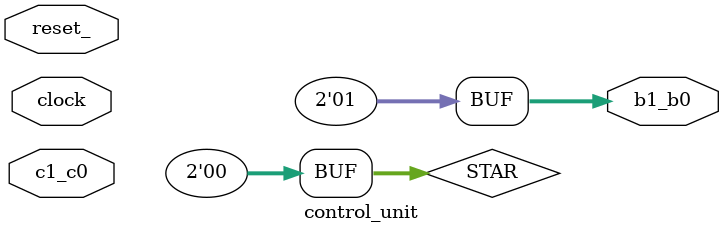
<source format=v>
module impulse_generator(reset_, clock, numero, out, dav_, rfd);
	input reset_, clock;
	input[7:0] numero;
	output out;
	input dav_;
	output rfd;

	wire[1:0] b1_b0; 

	wire[1:0] c1_c0; 

	data_path dp(reset_, clock, numero, out, dav_, rfd, b1_b0, c1_c0);
	control_unit cu(reset_, clock, b1_b0, c1_c0);
endmodule

module data_path(reset_, clock, numero, out, dav_, rfd, b1_b0, c1_c0);
	input reset_, clock;
	input[7:0] numero;
	output out;
	input dav_;
	output rfd;

	input[1:0] b1_b0;
	output[1:0] c1_c0;

	reg[7:0] COUNT;
	reg RFD;
	assign rfd = RFD;
	reg OUT;
	assign out = OUT;

	always @(reset_ == 0) #1 begin
		RFD <= 1;
		OUT <= 0;
	end

	always @(posedge clock) if(reset_ == 1) #3 begin
		RFD <= b1_b0[0];
		
		case(b1_b0[1])
			0: begin
				COUNT <= numero;
			end
			1: begin
				COUNT <= COUNT - 1;
			end
		endcase
		
		OUT <= b1_b0[1];
	end

	assign c1_c0[1] = COUNT == 1;
	assign c1_c0[0] = dav_ == 1;
endmodule

module control_unit(reset_, clock, b1_b0, c1_c0);
	input reset_, clock;
	output[1:0] b1_b0;
	input[1:0] c1_c0;

	reg[1:0] STAR;
	localparam
		s0 = 'B00,
		s1 = 'B01,
		s2 = 'B10;

	always @(reset_ == 0) #1 begin
		STAR <= s0;
	end

	always @(posedge clock) if(reset_ == 1) #3 begin
		case(STAR)
			s0: begin
				STAR <= (c1_c0[0]) ? s0 : s1;
			end
			s1: begin
				STAR <= (c1_c0[1]) ? s2 : s1;
			end
			s2: begin
				STAR <= (c1_c0[0]) ? s0 : s2;
			end
		endcase
	end
	
 	assign b1_b0[1] = STAR == s1;
 	assign b1_b0[0] = STAR == s0;
endmodule

</source>
